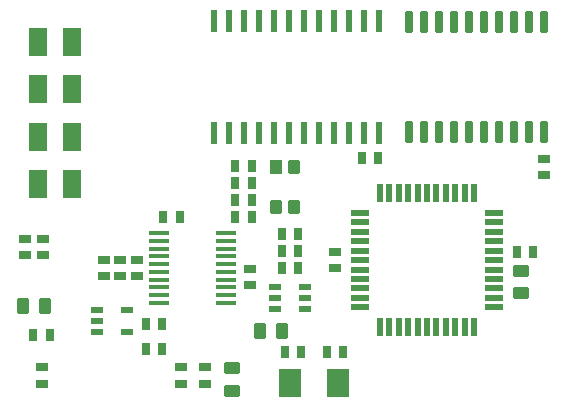
<source format=gtp>
G04*
G04 #@! TF.GenerationSoftware,Altium Limited,Altium Designer,25.5.2 (35)*
G04*
G04 Layer_Color=8421504*
%FSLAX44Y44*%
%MOMM*%
G71*
G04*
G04 #@! TF.SameCoordinates,24B21415-5C40-4A56-A289-731DE7267D3C*
G04*
G04*
G04 #@! TF.FilePolarity,Positive*
G04*
G01*
G75*
G04:AMPARAMS|DCode=13|XSize=1.9mm|YSize=2.4mm|CornerRadius=0.0475mm|HoleSize=0mm|Usage=FLASHONLY|Rotation=0.000|XOffset=0mm|YOffset=0mm|HoleType=Round|Shape=RoundedRectangle|*
%AMROUNDEDRECTD13*
21,1,1.9000,2.3050,0,0,0.0*
21,1,1.8050,2.4000,0,0,0.0*
1,1,0.0950,0.9025,-1.1525*
1,1,0.0950,-0.9025,-1.1525*
1,1,0.0950,-0.9025,1.1525*
1,1,0.0950,0.9025,1.1525*
%
%ADD13ROUNDEDRECTD13*%
G04:AMPARAMS|DCode=14|XSize=0.72mm|YSize=0.99mm|CornerRadius=0.09mm|HoleSize=0mm|Usage=FLASHONLY|Rotation=0.000|XOffset=0mm|YOffset=0mm|HoleType=Round|Shape=RoundedRectangle|*
%AMROUNDEDRECTD14*
21,1,0.7200,0.8100,0,0,0.0*
21,1,0.5400,0.9900,0,0,0.0*
1,1,0.1800,0.2700,-0.4050*
1,1,0.1800,-0.2700,-0.4050*
1,1,0.1800,-0.2700,0.4050*
1,1,0.1800,0.2700,0.4050*
%
%ADD14ROUNDEDRECTD14*%
G04:AMPARAMS|DCode=15|XSize=1.4mm|YSize=1.05mm|CornerRadius=0.1313mm|HoleSize=0mm|Usage=FLASHONLY|Rotation=0.000|XOffset=0mm|YOffset=0mm|HoleType=Round|Shape=RoundedRectangle|*
%AMROUNDEDRECTD15*
21,1,1.4000,0.7875,0,0,0.0*
21,1,1.1375,1.0500,0,0,0.0*
1,1,0.2625,0.5688,-0.3938*
1,1,0.2625,-0.5688,-0.3938*
1,1,0.2625,-0.5688,0.3938*
1,1,0.2625,0.5688,0.3938*
%
%ADD15ROUNDEDRECTD15*%
G04:AMPARAMS|DCode=16|XSize=0.6mm|YSize=1.85mm|CornerRadius=0.075mm|HoleSize=0mm|Usage=FLASHONLY|Rotation=0.000|XOffset=0mm|YOffset=0mm|HoleType=Round|Shape=RoundedRectangle|*
%AMROUNDEDRECTD16*
21,1,0.6000,1.7000,0,0,0.0*
21,1,0.4500,1.8500,0,0,0.0*
1,1,0.1500,0.2250,-0.8500*
1,1,0.1500,-0.2250,-0.8500*
1,1,0.1500,-0.2250,0.8500*
1,1,0.1500,0.2250,0.8500*
%
%ADD16ROUNDEDRECTD16*%
G04:AMPARAMS|DCode=17|XSize=0.72mm|YSize=0.99mm|CornerRadius=0.09mm|HoleSize=0mm|Usage=FLASHONLY|Rotation=270.000|XOffset=0mm|YOffset=0mm|HoleType=Round|Shape=RoundedRectangle|*
%AMROUNDEDRECTD17*
21,1,0.7200,0.8100,0,0,270.0*
21,1,0.5400,0.9900,0,0,270.0*
1,1,0.1800,-0.4050,-0.2700*
1,1,0.1800,-0.4050,0.2700*
1,1,0.1800,0.4050,0.2700*
1,1,0.1800,0.4050,-0.2700*
%
%ADD17ROUNDEDRECTD17*%
G04:AMPARAMS|DCode=18|XSize=1.5mm|YSize=0.54mm|CornerRadius=0.0675mm|HoleSize=0mm|Usage=FLASHONLY|Rotation=180.000|XOffset=0mm|YOffset=0mm|HoleType=Round|Shape=RoundedRectangle|*
%AMROUNDEDRECTD18*
21,1,1.5000,0.4050,0,0,180.0*
21,1,1.3650,0.5400,0,0,180.0*
1,1,0.1350,-0.6825,0.2025*
1,1,0.1350,0.6825,0.2025*
1,1,0.1350,0.6825,-0.2025*
1,1,0.1350,-0.6825,-0.2025*
%
%ADD18ROUNDEDRECTD18*%
G04:AMPARAMS|DCode=19|XSize=1.15mm|YSize=1.05mm|CornerRadius=0.1313mm|HoleSize=0mm|Usage=FLASHONLY|Rotation=270.000|XOffset=0mm|YOffset=0mm|HoleType=Round|Shape=RoundedRectangle|*
%AMROUNDEDRECTD19*
21,1,1.1500,0.7875,0,0,270.0*
21,1,0.8875,1.0500,0,0,270.0*
1,1,0.2625,-0.3938,-0.4438*
1,1,0.2625,-0.3938,0.4438*
1,1,0.2625,0.3938,0.4438*
1,1,0.2625,0.3938,-0.4438*
%
%ADD19ROUNDEDRECTD19*%
G04:AMPARAMS|DCode=20|XSize=1.5mm|YSize=0.54mm|CornerRadius=0.0675mm|HoleSize=0mm|Usage=FLASHONLY|Rotation=270.000|XOffset=0mm|YOffset=0mm|HoleType=Round|Shape=RoundedRectangle|*
%AMROUNDEDRECTD20*
21,1,1.5000,0.4050,0,0,270.0*
21,1,1.3650,0.5400,0,0,270.0*
1,1,0.1350,-0.2025,-0.6825*
1,1,0.1350,-0.2025,0.6825*
1,1,0.1350,0.2025,0.6825*
1,1,0.1350,0.2025,-0.6825*
%
%ADD20ROUNDEDRECTD20*%
G04:AMPARAMS|DCode=21|XSize=1.7mm|YSize=0.35mm|CornerRadius=0.0438mm|HoleSize=0mm|Usage=FLASHONLY|Rotation=180.000|XOffset=0mm|YOffset=0mm|HoleType=Round|Shape=RoundedRectangle|*
%AMROUNDEDRECTD21*
21,1,1.7000,0.2625,0,0,180.0*
21,1,1.6125,0.3500,0,0,180.0*
1,1,0.0875,-0.8063,0.1313*
1,1,0.0875,0.8063,0.1313*
1,1,0.0875,0.8063,-0.1313*
1,1,0.0875,-0.8063,-0.1313*
%
%ADD21ROUNDEDRECTD21*%
G04:AMPARAMS|DCode=22|XSize=0.55mm|YSize=1.9mm|CornerRadius=0.0688mm|HoleSize=0mm|Usage=FLASHONLY|Rotation=0.000|XOffset=0mm|YOffset=0mm|HoleType=Round|Shape=RoundedRectangle|*
%AMROUNDEDRECTD22*
21,1,0.5500,1.7625,0,0,0.0*
21,1,0.4125,1.9000,0,0,0.0*
1,1,0.1375,0.2063,-0.8813*
1,1,0.1375,-0.2063,-0.8813*
1,1,0.1375,-0.2063,0.8813*
1,1,0.1375,0.2063,0.8813*
%
%ADD22ROUNDEDRECTD22*%
G04:AMPARAMS|DCode=23|XSize=1.05mm|YSize=0.55mm|CornerRadius=0.0688mm|HoleSize=0mm|Usage=FLASHONLY|Rotation=0.000|XOffset=0mm|YOffset=0mm|HoleType=Round|Shape=RoundedRectangle|*
%AMROUNDEDRECTD23*
21,1,1.0500,0.4125,0,0,0.0*
21,1,0.9125,0.5500,0,0,0.0*
1,1,0.1375,0.4563,-0.2063*
1,1,0.1375,-0.4563,-0.2063*
1,1,0.1375,-0.4563,0.2063*
1,1,0.1375,0.4563,0.2063*
%
%ADD23ROUNDEDRECTD23*%
G04:AMPARAMS|DCode=24|XSize=1.4mm|YSize=1.05mm|CornerRadius=0.1313mm|HoleSize=0mm|Usage=FLASHONLY|Rotation=90.000|XOffset=0mm|YOffset=0mm|HoleType=Round|Shape=RoundedRectangle|*
%AMROUNDEDRECTD24*
21,1,1.4000,0.7875,0,0,90.0*
21,1,1.1375,1.0500,0,0,90.0*
1,1,0.2625,0.3938,0.5688*
1,1,0.2625,0.3938,-0.5688*
1,1,0.2625,-0.3938,-0.5688*
1,1,0.2625,-0.3938,0.5688*
%
%ADD24ROUNDEDRECTD24*%
%ADD25R,1.0500X1.1500*%
G04:AMPARAMS|DCode=26|XSize=1.6mm|YSize=2.4mm|CornerRadius=0.05mm|HoleSize=0mm|Usage=FLASHONLY|Rotation=0.000|XOffset=0mm|YOffset=0mm|HoleType=Round|Shape=RoundedRectangle|*
%AMROUNDEDRECTD26*
21,1,1.6000,2.3000,0,0,0.0*
21,1,1.5000,2.4000,0,0,0.0*
1,1,0.1000,0.7500,-1.1500*
1,1,0.1000,-0.7500,-1.1500*
1,1,0.1000,-0.7500,1.1500*
1,1,0.1000,0.7500,1.1500*
%
%ADD26ROUNDEDRECTD26*%
D13*
X240020Y-288960D02*
D03*
X199020D02*
D03*
D14*
X90900Y-239000D02*
D03*
X77100D02*
D03*
X260050Y-97840D02*
D03*
X405150Y-177750D02*
D03*
X244200Y-262290D02*
D03*
X194840Y-262290D02*
D03*
X152850Y-119250D02*
D03*
X92100Y-147750D02*
D03*
X91150Y-259750D02*
D03*
X-4350Y-248250D02*
D03*
X-18150D02*
D03*
X166650Y-133750D02*
D03*
X152850D02*
D03*
X205900Y-162250D02*
D03*
X192100D02*
D03*
X152862Y-104750D02*
D03*
X166662D02*
D03*
X152850Y-147750D02*
D03*
X166650D02*
D03*
X192100Y-191500D02*
D03*
X205900D02*
D03*
X105900Y-147750D02*
D03*
X166650Y-119250D02*
D03*
X273850Y-97840D02*
D03*
X77350Y-259750D02*
D03*
X205900Y-177000D02*
D03*
X192100D02*
D03*
X391350Y-177750D02*
D03*
X230400Y-262290D02*
D03*
X208640Y-262290D02*
D03*
D15*
X394500Y-212750D02*
D03*
X149750Y-295000D02*
D03*
X394500Y-193750D02*
D03*
X149750Y-276000D02*
D03*
D16*
X299970Y17490D02*
D03*
X414270D02*
D03*
X401570D02*
D03*
X388870D02*
D03*
X376170D02*
D03*
X363470D02*
D03*
X350770D02*
D03*
X338070D02*
D03*
X325370D02*
D03*
X312670D02*
D03*
X414270Y-76010D02*
D03*
X401570D02*
D03*
X388870D02*
D03*
X376170D02*
D03*
X363470D02*
D03*
X350770D02*
D03*
X338070D02*
D03*
X325370D02*
D03*
X312670D02*
D03*
X299970D02*
D03*
D17*
X414270Y-112360D02*
D03*
X237000Y-191150D02*
D03*
X165000Y-191850D02*
D03*
X69250Y-198150D02*
D03*
X106750Y-275350D02*
D03*
X-11000Y-289150D02*
D03*
X127500Y-275350D02*
D03*
X127500Y-289250D02*
D03*
X41750Y-184350D02*
D03*
Y-198150D02*
D03*
X55250Y-184350D02*
D03*
Y-198150D02*
D03*
X106750Y-289150D02*
D03*
X-11000Y-275350D02*
D03*
X-24750Y-166350D02*
D03*
Y-180150D02*
D03*
X-10250Y-166350D02*
D03*
Y-180150D02*
D03*
X165000Y-205650D02*
D03*
X69250Y-184350D02*
D03*
X414270Y-98560D02*
D03*
X237000Y-177350D02*
D03*
D18*
X372214Y-184528D02*
D03*
X258214Y-192528D02*
D03*
X258214Y-216528D02*
D03*
X372214Y-224528D02*
D03*
Y-216528D02*
D03*
Y-208528D02*
D03*
Y-200528D02*
D03*
Y-192528D02*
D03*
Y-176528D02*
D03*
Y-168528D02*
D03*
Y-160528D02*
D03*
Y-152528D02*
D03*
Y-144528D02*
D03*
X258214D02*
D03*
Y-152528D02*
D03*
Y-160528D02*
D03*
Y-168528D02*
D03*
Y-176528D02*
D03*
Y-184528D02*
D03*
Y-200528D02*
D03*
Y-208528D02*
D03*
Y-224528D02*
D03*
D19*
X202500Y-106000D02*
D03*
X187000Y-139500D02*
D03*
X202500D02*
D03*
D20*
X299214Y-241528D02*
D03*
X291214D02*
D03*
X283214D02*
D03*
X355214Y-127528D02*
D03*
X347214D02*
D03*
X339214D02*
D03*
X331214D02*
D03*
X323214D02*
D03*
X315214D02*
D03*
X307214D02*
D03*
X299214D02*
D03*
X291214D02*
D03*
X283214D02*
D03*
X275214D02*
D03*
Y-241528D02*
D03*
X307214D02*
D03*
X315214D02*
D03*
X323214D02*
D03*
X331214D02*
D03*
X339214D02*
D03*
X347214D02*
D03*
X355214D02*
D03*
D21*
X145094Y-187948D02*
D03*
X88094Y-194448D02*
D03*
X145094Y-220448D02*
D03*
Y-213948D02*
D03*
Y-207448D02*
D03*
X145094Y-200948D02*
D03*
Y-194448D02*
D03*
X145094Y-181448D02*
D03*
X145094Y-174948D02*
D03*
Y-168448D02*
D03*
X145094Y-161948D02*
D03*
X88094D02*
D03*
Y-168448D02*
D03*
Y-174948D02*
D03*
Y-181448D02*
D03*
X88094Y-187948D02*
D03*
X88094Y-200948D02*
D03*
X88094Y-207448D02*
D03*
Y-213948D02*
D03*
X88094Y-220448D02*
D03*
D22*
X134870Y18240D02*
D03*
Y-76760D02*
D03*
X147570D02*
D03*
X160270D02*
D03*
X172970D02*
D03*
X185670D02*
D03*
X198370D02*
D03*
X211070D02*
D03*
X223770D02*
D03*
X236470D02*
D03*
X249170D02*
D03*
X261870D02*
D03*
X274570D02*
D03*
X147570Y18240D02*
D03*
X160270D02*
D03*
X172970D02*
D03*
X185670D02*
D03*
X198370D02*
D03*
X211070D02*
D03*
X223770D02*
D03*
X236470D02*
D03*
X249170D02*
D03*
X261870D02*
D03*
X274570D02*
D03*
D23*
X36000Y-236000D02*
D03*
X211500Y-226000D02*
D03*
Y-216500D02*
D03*
X211500Y-207000D02*
D03*
X186500Y-207000D02*
D03*
Y-216500D02*
D03*
X186500Y-226000D02*
D03*
X61000Y-226500D02*
D03*
Y-245500D02*
D03*
X36000D02*
D03*
Y-226500D02*
D03*
D24*
X-7826Y-223409D02*
D03*
X192500Y-244250D02*
D03*
X173500D02*
D03*
X-26826Y-223409D02*
D03*
D25*
X187000Y-106000D02*
D03*
D26*
X14250Y0D02*
D03*
X-14250D02*
D03*
X14250Y-40000D02*
D03*
X-14250D02*
D03*
X14250Y-120000D02*
D03*
X-14250D02*
D03*
X14250Y-80000D02*
D03*
X-14250D02*
D03*
M02*

</source>
